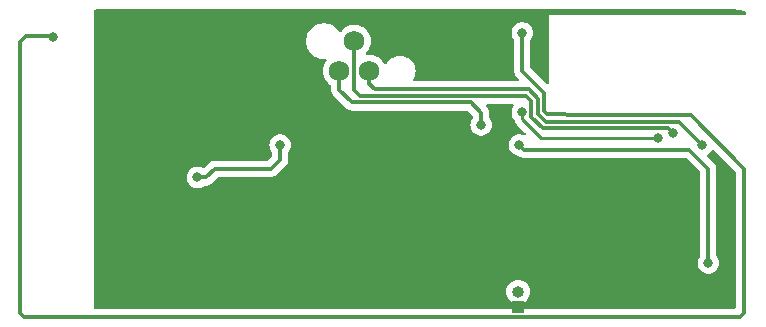
<source format=gbr>
%TF.GenerationSoftware,KiCad,Pcbnew,7.0.10*%
%TF.CreationDate,2025-01-28T16:46:30+01:00*%
%TF.ProjectId,LED_Wled,4c45445f-576c-4656-942e-6b696361645f,rev?*%
%TF.SameCoordinates,Original*%
%TF.FileFunction,Copper,L2,Bot*%
%TF.FilePolarity,Positive*%
%FSLAX46Y46*%
G04 Gerber Fmt 4.6, Leading zero omitted, Abs format (unit mm)*
G04 Created by KiCad (PCBNEW 7.0.10) date 2025-01-28 16:46:30*
%MOMM*%
%LPD*%
G01*
G04 APERTURE LIST*
%TA.AperFunction,ComponentPad*%
%ADD10C,1.750000*%
%TD*%
%TA.AperFunction,ComponentPad*%
%ADD11R,1.000000X1.000000*%
%TD*%
%TA.AperFunction,ComponentPad*%
%ADD12O,1.000000X1.000000*%
%TD*%
%TA.AperFunction,ViaPad*%
%ADD13C,0.800000*%
%TD*%
%TA.AperFunction,Conductor*%
%ADD14C,0.350000*%
%TD*%
%TA.AperFunction,Conductor*%
%ADD15C,0.250000*%
%TD*%
G04 APERTURE END LIST*
D10*
%TO.P,J1,1,Pin_1*%
%TO.N,+3V3*%
X97770000Y-51245000D03*
%TO.P,J1,2,Pin_2*%
%TO.N,TXD*%
X99040000Y-48705000D03*
%TO.P,J1,3,Pin_3*%
%TO.N,RXD*%
X100310000Y-51245000D03*
%TO.P,J1,4,Pin_4*%
%TO.N,GND*%
X101580000Y-48705000D03*
%TD*%
D11*
%TO.P,BOOT1,1,A*%
%TO.N,GND*%
X112900000Y-71200000D03*
D12*
%TO.P,BOOT1,2,B*%
%TO.N,Net-(BOOT1-B)*%
X112900000Y-69930000D03*
%TD*%
D13*
%TO.N,GND*%
X96500000Y-56250000D03*
X123500000Y-63500000D03*
X92000000Y-47000000D03*
X127500000Y-61500000D03*
X96500000Y-58750000D03*
X83000000Y-52000000D03*
X84000000Y-53000000D03*
X102750000Y-70500000D03*
X85000000Y-56000000D03*
X127500000Y-63500000D03*
X83000000Y-62000000D03*
X98600000Y-58750000D03*
X119500000Y-59500000D03*
X119500000Y-61500000D03*
X114000000Y-61500000D03*
X109750000Y-57750000D03*
X103000000Y-59500000D03*
X84000000Y-54000000D03*
X84000000Y-52000000D03*
X103500000Y-68750000D03*
X81500000Y-65500000D03*
X106250000Y-67500000D03*
X79900000Y-55100000D03*
X81500000Y-67500000D03*
X83000000Y-55000000D03*
X84000000Y-56000000D03*
X84500000Y-61250000D03*
X127500000Y-65500000D03*
X114000000Y-65500000D03*
X91500000Y-63500000D03*
X98600000Y-56300000D03*
X83000000Y-54000000D03*
X97000000Y-63500000D03*
X91500000Y-67500000D03*
X81500000Y-63500000D03*
X94725000Y-58725000D03*
X85000000Y-54000000D03*
X123500000Y-61500000D03*
X119500000Y-67500000D03*
X84000000Y-55000000D03*
X85000000Y-55000000D03*
X79900000Y-56100000D03*
X94725000Y-56275000D03*
X123500000Y-67500000D03*
X123500000Y-59500000D03*
X98000000Y-69250000D03*
X97000000Y-65500000D03*
X91500000Y-65500000D03*
X113000000Y-59500000D03*
X83000000Y-56000000D03*
X94500000Y-65500000D03*
X83000000Y-53000000D03*
X103000000Y-57000000D03*
X85000000Y-52000000D03*
X127500000Y-59500000D03*
X103750000Y-70250000D03*
X123500000Y-65500000D03*
X114000000Y-67500000D03*
X94500000Y-67500000D03*
X119500000Y-63500000D03*
X103000000Y-58250000D03*
X119500000Y-65500000D03*
X127500000Y-67500000D03*
X79900000Y-54100000D03*
X94750000Y-68750000D03*
X94500000Y-63500000D03*
X85000000Y-53000000D03*
X114000000Y-63500000D03*
X104750000Y-67750000D03*
X90000000Y-47000000D03*
X103000000Y-55750000D03*
%TO.N,+3V3*%
X109762500Y-55800000D03*
%TO.N,RXD*%
X128500000Y-57500000D03*
%TO.N,TXD*%
X126000000Y-56500000D03*
%TO.N,Net-(D1-K)*%
X92750000Y-57500000D03*
X85750000Y-60250000D03*
%TO.N,LED_OUT_HV*%
X113250000Y-48000000D03*
X73475000Y-48325000D03*
%TO.N,LED_OUT_LV*%
X113249958Y-54746943D03*
X124701260Y-56875032D03*
%TO.N,Net-(U1-IO15)*%
X129000000Y-67500000D03*
X113000000Y-57500000D03*
%TD*%
D14*
%TO.N,+3V3*%
X98825000Y-53900000D02*
X97770000Y-52845000D01*
X109762500Y-55800000D02*
X109762500Y-54762500D01*
X108900000Y-53900000D02*
X98825000Y-53900000D01*
X97770000Y-52845000D02*
X97770000Y-51245000D01*
X109762500Y-54762500D02*
X108900000Y-53900000D01*
%TO.N,RXD*%
X126550011Y-55550011D02*
X128500000Y-57500000D01*
X100310000Y-52360000D02*
X100750000Y-52800000D01*
X100750000Y-52800000D02*
X113800000Y-52800000D01*
X115241832Y-55550011D02*
X126550011Y-55550011D01*
X100310000Y-51245000D02*
X100310000Y-52360000D01*
X114574979Y-54883158D02*
X115241832Y-55550011D01*
X113800000Y-52800000D02*
X114574979Y-53574979D01*
X114574979Y-53574979D02*
X114574979Y-54883158D01*
%TO.N,TXD*%
X115014010Y-56100022D02*
X114024968Y-55110980D01*
X113572168Y-53350000D02*
X99550000Y-53350000D01*
X99550000Y-53350000D02*
X99040000Y-52840000D01*
X125600022Y-56100022D02*
X115014010Y-56100022D01*
X114024968Y-55110980D02*
X114024968Y-53802800D01*
X126000000Y-56500000D02*
X125600022Y-56100022D01*
X114024968Y-53802800D02*
X113572168Y-53350000D01*
X99040000Y-52840000D02*
X99040000Y-48705000D01*
%TO.N,Net-(D1-K)*%
X86500000Y-60250000D02*
X87250000Y-59500000D01*
X92750000Y-58750000D02*
X92750000Y-57500000D01*
X85750000Y-60250000D02*
X86500000Y-60250000D01*
X92000000Y-59500000D02*
X92750000Y-58750000D01*
X87250000Y-59500000D02*
X92000000Y-59500000D01*
%TO.N,LED_OUT_HV*%
X71075001Y-72075001D02*
X131674999Y-72075001D01*
X131674999Y-72075001D02*
X132000000Y-71750000D01*
X132000000Y-59500000D02*
X127500000Y-55000000D01*
X115124990Y-53124990D02*
X113250000Y-51250000D01*
X70750000Y-71750000D02*
X71075001Y-72075001D01*
X71250000Y-48250000D02*
X73400000Y-48250000D01*
X70750000Y-48750000D02*
X71250000Y-48250000D01*
X115344664Y-54875010D02*
X115124990Y-54655336D01*
X113250000Y-51250000D02*
X113250000Y-48000000D01*
X70750000Y-71750000D02*
X70750000Y-48750000D01*
X127500000Y-55000000D02*
X117000000Y-55000000D01*
X132000000Y-71750000D02*
X132000000Y-59500000D01*
X115124990Y-54655336D02*
X115124990Y-53124990D01*
X116875010Y-54875010D02*
X115344664Y-54875010D01*
X117000000Y-55000000D02*
X116875010Y-54875010D01*
X73400000Y-48250000D02*
X73475000Y-48325000D01*
D15*
%TO.N,LED_OUT_LV*%
X114812362Y-56875032D02*
X113249958Y-55312628D01*
X113249958Y-55312628D02*
X113249958Y-54746943D01*
X124701260Y-56875032D02*
X114812362Y-56875032D01*
D14*
%TO.N,Net-(U1-IO15)*%
X113399999Y-57899999D02*
X127399999Y-57899999D01*
X113000000Y-57500000D02*
X113399999Y-57899999D01*
X129000000Y-59500000D02*
X129000000Y-67500000D01*
X127399999Y-57899999D02*
X129000000Y-59500000D01*
%TD*%
%TA.AperFunction,Conductor*%
%TO.N,GND*%
G36*
X131267039Y-46013257D02*
G01*
X131498999Y-46029842D01*
X131516790Y-46032399D01*
X131739619Y-46080869D01*
X131756851Y-46085929D01*
X131970512Y-46165618D01*
X131986854Y-46173080D01*
X132152287Y-46263412D01*
X132202489Y-46313614D01*
X132217581Y-46382988D01*
X132192771Y-46449509D01*
X132135935Y-46492055D01*
X132091902Y-46500000D01*
X115500000Y-46500000D01*
X115500000Y-52229195D01*
X115479998Y-52297316D01*
X115426342Y-52343809D01*
X115356068Y-52353913D01*
X115291488Y-52324419D01*
X115284905Y-52318290D01*
X113970405Y-51003790D01*
X113936379Y-50941478D01*
X113933500Y-50914695D01*
X113933500Y-48646994D01*
X113953502Y-48578873D01*
X113965864Y-48562683D01*
X113989040Y-48536944D01*
X114084527Y-48371556D01*
X114143542Y-48189928D01*
X114163504Y-48000000D01*
X114143542Y-47810072D01*
X114084527Y-47628444D01*
X113989040Y-47463056D01*
X113989038Y-47463054D01*
X113989034Y-47463048D01*
X113861255Y-47321135D01*
X113706752Y-47208882D01*
X113532288Y-47131206D01*
X113345487Y-47091500D01*
X113154513Y-47091500D01*
X112967711Y-47131206D01*
X112793247Y-47208882D01*
X112638744Y-47321135D01*
X112510965Y-47463048D01*
X112510958Y-47463058D01*
X112415476Y-47628438D01*
X112415473Y-47628445D01*
X112356457Y-47810072D01*
X112336496Y-48000000D01*
X112356457Y-48189927D01*
X112377353Y-48254235D01*
X112415473Y-48371556D01*
X112415476Y-48371561D01*
X112510958Y-48536941D01*
X112510961Y-48536945D01*
X112534136Y-48562683D01*
X112564853Y-48626690D01*
X112566500Y-48646994D01*
X112566500Y-51225540D01*
X112566270Y-51233147D01*
X112562736Y-51291572D01*
X112573285Y-51349140D01*
X112574430Y-51356663D01*
X112581485Y-51414769D01*
X112581488Y-51414778D01*
X112584833Y-51423600D01*
X112590954Y-51445554D01*
X112592655Y-51454836D01*
X112592656Y-51454839D01*
X112616675Y-51508206D01*
X112619588Y-51515238D01*
X112640345Y-51569970D01*
X112640346Y-51569973D01*
X112645704Y-51577735D01*
X112656907Y-51597599D01*
X112660774Y-51606193D01*
X112660777Y-51606197D01*
X112696871Y-51652268D01*
X112701382Y-51658398D01*
X112734635Y-51706573D01*
X112778465Y-51745403D01*
X112783989Y-51750604D01*
X112934790Y-51901405D01*
X112968816Y-51963717D01*
X112963751Y-52034532D01*
X112921204Y-52091368D01*
X112854684Y-52116179D01*
X112845695Y-52116500D01*
X104129431Y-52116500D01*
X104061310Y-52096498D01*
X104014817Y-52042842D01*
X104004713Y-51972568D01*
X104026217Y-51918231D01*
X104035265Y-51905307D01*
X104040568Y-51897734D01*
X104136739Y-51691496D01*
X104195635Y-51471692D01*
X104215468Y-51245000D01*
X104195635Y-51018308D01*
X104136739Y-50798504D01*
X104040568Y-50592266D01*
X104040566Y-50592263D01*
X104040566Y-50592262D01*
X103910051Y-50405865D01*
X103910042Y-50405855D01*
X103749144Y-50244957D01*
X103749134Y-50244948D01*
X103562737Y-50114433D01*
X103562738Y-50114433D01*
X103356498Y-50018262D01*
X103356493Y-50018260D01*
X103136695Y-49959365D01*
X103085719Y-49954905D01*
X102966784Y-49944500D01*
X102853216Y-49944500D01*
X102745092Y-49953959D01*
X102683304Y-49959365D01*
X102463506Y-50018260D01*
X102463501Y-50018262D01*
X102257262Y-50114433D01*
X102070865Y-50244948D01*
X102070855Y-50244957D01*
X101909957Y-50405855D01*
X101909948Y-50405865D01*
X101779433Y-50592262D01*
X101779432Y-50592263D01*
X101770889Y-50610585D01*
X101723970Y-50663870D01*
X101655693Y-50683329D01*
X101587733Y-50662786D01*
X101541669Y-50608762D01*
X101541308Y-50607947D01*
X101530926Y-50584279D01*
X101530925Y-50584278D01*
X101530922Y-50584270D01*
X101405518Y-50392324D01*
X101250231Y-50223637D01*
X101069296Y-50082810D01*
X101069295Y-50082809D01*
X100950021Y-50018262D01*
X100867650Y-49973685D01*
X100867648Y-49973684D01*
X100867647Y-49973683D01*
X100650797Y-49899239D01*
X100650788Y-49899237D01*
X100605821Y-49891733D01*
X100424640Y-49861500D01*
X100195360Y-49861500D01*
X100156222Y-49868030D01*
X100085740Y-49859513D01*
X100031050Y-49814241D01*
X100009518Y-49746589D01*
X100027980Y-49678034D01*
X100042785Y-49658412D01*
X100135518Y-49557676D01*
X100154570Y-49528514D01*
X100260922Y-49365730D01*
X100353023Y-49155761D01*
X100409308Y-48933497D01*
X100428242Y-48705000D01*
X100409308Y-48476503D01*
X100353023Y-48254239D01*
X100260922Y-48044270D01*
X100135518Y-47852324D01*
X100007033Y-47712751D01*
X99980233Y-47683639D01*
X99980232Y-47683638D01*
X99980231Y-47683637D01*
X99799296Y-47542810D01*
X99799295Y-47542809D01*
X99689161Y-47483208D01*
X99597650Y-47433685D01*
X99597648Y-47433684D01*
X99597647Y-47433683D01*
X99380797Y-47359239D01*
X99380788Y-47359237D01*
X99335821Y-47351733D01*
X99154640Y-47321500D01*
X98925360Y-47321500D01*
X98774412Y-47346688D01*
X98699211Y-47359237D01*
X98699202Y-47359239D01*
X98482352Y-47433683D01*
X98482350Y-47433685D01*
X98280704Y-47542809D01*
X98280703Y-47542810D01*
X98099766Y-47683639D01*
X97944481Y-47852325D01*
X97918044Y-47892790D01*
X97864040Y-47938878D01*
X97793692Y-47948453D01*
X97729335Y-47918475D01*
X97703337Y-47885841D01*
X97703322Y-47885851D01*
X97703217Y-47885691D01*
X97701750Y-47883849D01*
X97700474Y-47881491D01*
X97547738Y-47685256D01*
X97547736Y-47685254D01*
X97547732Y-47685249D01*
X97364785Y-47516835D01*
X97156606Y-47380826D01*
X97156607Y-47380826D01*
X96928884Y-47280938D01*
X96928877Y-47280935D01*
X96687828Y-47219893D01*
X96687823Y-47219892D01*
X96687821Y-47219892D01*
X96571140Y-47210223D01*
X96502070Y-47204500D01*
X96502067Y-47204500D01*
X96377933Y-47204500D01*
X96377929Y-47204500D01*
X96285835Y-47212131D01*
X96192179Y-47219892D01*
X96192177Y-47219892D01*
X96192171Y-47219893D01*
X95951122Y-47280935D01*
X95951115Y-47280938D01*
X95723393Y-47380826D01*
X95515214Y-47516835D01*
X95332267Y-47685249D01*
X95179526Y-47881490D01*
X95179525Y-47881491D01*
X95061171Y-48100190D01*
X95061170Y-48100192D01*
X94980430Y-48335381D01*
X94980428Y-48335390D01*
X94966818Y-48416953D01*
X94939500Y-48580665D01*
X94939500Y-48829335D01*
X94973647Y-49033975D01*
X94980428Y-49074609D01*
X94980430Y-49074618D01*
X95061170Y-49309807D01*
X95061171Y-49309809D01*
X95179525Y-49528508D01*
X95179526Y-49528509D01*
X95332267Y-49724750D01*
X95515214Y-49893164D01*
X95723393Y-50029173D01*
X95723392Y-50029173D01*
X95845673Y-50082810D01*
X95951119Y-50129063D01*
X95951120Y-50129063D01*
X95951122Y-50129064D01*
X96192171Y-50190106D01*
X96192179Y-50190108D01*
X96377933Y-50205500D01*
X96377939Y-50205500D01*
X96502061Y-50205500D01*
X96502067Y-50205500D01*
X96556537Y-50200986D01*
X96626076Y-50215294D01*
X96676841Y-50264927D01*
X96692714Y-50334127D01*
X96672425Y-50395471D01*
X96549080Y-50584267D01*
X96549073Y-50584279D01*
X96456978Y-50794235D01*
X96456975Y-50794242D01*
X96400693Y-51016495D01*
X96400692Y-51016501D01*
X96400692Y-51016503D01*
X96381758Y-51245000D01*
X96400542Y-51471692D01*
X96400693Y-51473504D01*
X96456975Y-51695757D01*
X96456978Y-51695764D01*
X96549073Y-51905720D01*
X96549075Y-51905724D01*
X96549078Y-51905730D01*
X96629582Y-52028951D01*
X96670360Y-52091368D01*
X96674482Y-52097676D01*
X96691811Y-52116500D01*
X96795553Y-52229195D01*
X96829769Y-52266363D01*
X97010704Y-52407190D01*
X97020465Y-52412472D01*
X97070857Y-52462483D01*
X97086500Y-52523288D01*
X97086500Y-52820540D01*
X97086270Y-52828147D01*
X97082736Y-52886572D01*
X97093285Y-52944140D01*
X97094430Y-52951663D01*
X97101485Y-53009769D01*
X97101488Y-53009778D01*
X97104833Y-53018600D01*
X97110954Y-53040554D01*
X97112655Y-53049836D01*
X97112656Y-53049839D01*
X97136675Y-53103206D01*
X97139588Y-53110238D01*
X97160345Y-53164970D01*
X97160346Y-53164973D01*
X97165704Y-53172735D01*
X97176907Y-53192599D01*
X97180774Y-53201193D01*
X97180777Y-53201197D01*
X97216871Y-53247268D01*
X97221382Y-53253398D01*
X97254635Y-53301573D01*
X97298465Y-53340403D01*
X97303989Y-53345604D01*
X98324387Y-54366002D01*
X98329604Y-54371543D01*
X98368427Y-54415365D01*
X98368428Y-54415366D01*
X98416592Y-54448611D01*
X98422722Y-54453122D01*
X98468800Y-54489222D01*
X98468802Y-54489223D01*
X98477403Y-54493094D01*
X98497268Y-54504297D01*
X98505030Y-54509655D01*
X98559761Y-54530411D01*
X98566784Y-54533319D01*
X98620163Y-54557344D01*
X98629435Y-54559043D01*
X98651402Y-54565166D01*
X98660226Y-54568513D01*
X98718353Y-54575570D01*
X98725838Y-54576710D01*
X98783428Y-54587264D01*
X98837679Y-54583982D01*
X98841852Y-54583730D01*
X98849459Y-54583500D01*
X108564695Y-54583500D01*
X108632816Y-54603502D01*
X108653790Y-54620405D01*
X109042095Y-55008710D01*
X109076121Y-55071022D01*
X109079000Y-55097805D01*
X109079000Y-55153005D01*
X109058998Y-55221126D01*
X109046637Y-55237314D01*
X109023459Y-55263055D01*
X109023458Y-55263057D01*
X108937168Y-55412517D01*
X108927973Y-55428444D01*
X108914009Y-55471421D01*
X108868957Y-55610072D01*
X108848996Y-55800000D01*
X108868957Y-55989927D01*
X108899026Y-56082470D01*
X108927973Y-56171556D01*
X108927976Y-56171561D01*
X109023458Y-56336941D01*
X109023465Y-56336951D01*
X109151244Y-56478864D01*
X109151247Y-56478866D01*
X109305748Y-56591118D01*
X109480212Y-56668794D01*
X109667013Y-56708500D01*
X109857987Y-56708500D01*
X110044788Y-56668794D01*
X110219252Y-56591118D01*
X110373753Y-56478866D01*
X110501540Y-56336944D01*
X110597027Y-56171556D01*
X110656042Y-55989928D01*
X110676004Y-55800000D01*
X110656042Y-55610072D01*
X110597027Y-55428444D01*
X110543641Y-55335978D01*
X110501541Y-55263057D01*
X110501540Y-55263055D01*
X110478363Y-55237314D01*
X110447646Y-55173307D01*
X110446000Y-55153005D01*
X110446000Y-54786958D01*
X110446230Y-54779350D01*
X110448190Y-54746943D01*
X110449764Y-54720928D01*
X110439210Y-54663338D01*
X110438070Y-54655853D01*
X110431013Y-54597726D01*
X110427666Y-54588902D01*
X110421543Y-54566935D01*
X110419844Y-54557663D01*
X110395819Y-54504284D01*
X110392911Y-54497261D01*
X110372155Y-54442530D01*
X110366797Y-54434768D01*
X110355594Y-54414903D01*
X110351723Y-54406302D01*
X110351722Y-54406300D01*
X110315622Y-54360222D01*
X110311111Y-54354092D01*
X110277866Y-54305929D01*
X110277865Y-54305927D01*
X110234043Y-54267104D01*
X110228502Y-54261887D01*
X110215210Y-54248595D01*
X110181184Y-54186283D01*
X110186249Y-54115468D01*
X110228796Y-54058632D01*
X110295316Y-54033821D01*
X110304305Y-54033500D01*
X112394582Y-54033500D01*
X112462703Y-54053502D01*
X112509196Y-54107158D01*
X112519300Y-54177432D01*
X112503701Y-54222497D01*
X112459272Y-54299451D01*
X112415434Y-54375381D01*
X112415431Y-54375388D01*
X112356415Y-54557015D01*
X112336454Y-54746943D01*
X112356415Y-54936870D01*
X112379758Y-55008710D01*
X112415431Y-55118499D01*
X112415434Y-55118504D01*
X112498890Y-55263055D01*
X112510918Y-55283887D01*
X112596426Y-55378854D01*
X112623790Y-55428024D01*
X112624362Y-55429994D01*
X112624940Y-55431983D01*
X112628944Y-55451325D01*
X112631483Y-55471421D01*
X112631484Y-55471428D01*
X112647758Y-55512531D01*
X112651602Y-55523757D01*
X112663940Y-55566221D01*
X112674252Y-55583659D01*
X112682946Y-55601407D01*
X112690402Y-55620237D01*
X112690408Y-55620248D01*
X112716390Y-55656009D01*
X112722907Y-55665929D01*
X112745416Y-55703990D01*
X112745417Y-55703991D01*
X112745419Y-55703994D01*
X112759737Y-55718312D01*
X112772575Y-55733342D01*
X112784484Y-55749732D01*
X112784488Y-55749737D01*
X112818556Y-55777920D01*
X112827336Y-55785910D01*
X113505184Y-56463758D01*
X113539210Y-56526070D01*
X113534145Y-56596885D01*
X113491598Y-56653721D01*
X113425078Y-56678532D01*
X113364841Y-56667960D01*
X113282290Y-56631206D01*
X113095487Y-56591500D01*
X112904513Y-56591500D01*
X112717711Y-56631206D01*
X112543247Y-56708882D01*
X112388744Y-56821135D01*
X112260965Y-56963048D01*
X112260958Y-56963058D01*
X112165476Y-57128438D01*
X112165473Y-57128445D01*
X112106457Y-57310072D01*
X112086496Y-57500000D01*
X112106457Y-57689927D01*
X112136526Y-57782470D01*
X112165473Y-57871556D01*
X112165476Y-57871561D01*
X112260958Y-58036941D01*
X112260965Y-58036951D01*
X112388744Y-58178864D01*
X112388747Y-58178866D01*
X112543248Y-58291118D01*
X112717712Y-58368794D01*
X112904513Y-58408500D01*
X112904520Y-58408500D01*
X112906714Y-58408731D01*
X112908218Y-58409287D01*
X112910972Y-58409873D01*
X112910886Y-58410274D01*
X112965131Y-58430346D01*
X112991591Y-58448610D01*
X112997721Y-58453121D01*
X113043799Y-58489221D01*
X113043801Y-58489222D01*
X113052402Y-58493093D01*
X113072267Y-58504296D01*
X113080029Y-58509654D01*
X113134760Y-58530410D01*
X113141783Y-58533318D01*
X113195162Y-58557343D01*
X113204434Y-58559042D01*
X113226401Y-58565165D01*
X113235225Y-58568512D01*
X113293352Y-58575569D01*
X113300837Y-58576709D01*
X113358427Y-58587263D01*
X113412678Y-58583981D01*
X113416851Y-58583729D01*
X113424458Y-58583499D01*
X127064694Y-58583499D01*
X127132815Y-58603501D01*
X127153789Y-58620404D01*
X128279595Y-59746210D01*
X128313621Y-59808522D01*
X128316500Y-59835305D01*
X128316500Y-66853005D01*
X128296498Y-66921126D01*
X128284137Y-66937314D01*
X128260959Y-66963055D01*
X128260958Y-66963057D01*
X128165476Y-67128438D01*
X128165473Y-67128445D01*
X128106457Y-67310072D01*
X128086496Y-67500000D01*
X128106457Y-67689927D01*
X128136526Y-67782470D01*
X128165473Y-67871556D01*
X128165476Y-67871561D01*
X128260958Y-68036941D01*
X128260965Y-68036951D01*
X128388744Y-68178864D01*
X128388747Y-68178866D01*
X128543248Y-68291118D01*
X128717712Y-68368794D01*
X128904513Y-68408500D01*
X129095487Y-68408500D01*
X129282288Y-68368794D01*
X129456752Y-68291118D01*
X129611253Y-68178866D01*
X129739040Y-68036944D01*
X129834527Y-67871556D01*
X129893542Y-67689928D01*
X129913504Y-67500000D01*
X129893542Y-67310072D01*
X129834527Y-67128444D01*
X129739041Y-66963057D01*
X129739040Y-66963055D01*
X129715863Y-66937314D01*
X129685146Y-66873307D01*
X129683500Y-66853005D01*
X129683500Y-59524458D01*
X129683730Y-59516850D01*
X129684239Y-59508432D01*
X129687264Y-59458428D01*
X129676710Y-59400838D01*
X129675570Y-59393353D01*
X129668513Y-59335226D01*
X129665166Y-59326402D01*
X129659043Y-59304435D01*
X129657344Y-59295163D01*
X129633319Y-59241784D01*
X129630411Y-59234761D01*
X129609655Y-59180030D01*
X129604297Y-59172268D01*
X129593094Y-59152403D01*
X129589223Y-59143802D01*
X129589222Y-59143800D01*
X129553122Y-59097722D01*
X129548611Y-59091592D01*
X129515366Y-59043429D01*
X129515365Y-59043427D01*
X129471543Y-59004604D01*
X129466002Y-58999387D01*
X128945798Y-58479183D01*
X128911772Y-58416871D01*
X128916837Y-58346056D01*
X128959384Y-58289220D01*
X128960657Y-58288280D01*
X129111253Y-58178866D01*
X129139951Y-58146994D01*
X129239034Y-58036951D01*
X129239035Y-58036949D01*
X129239040Y-58036944D01*
X129278198Y-57969119D01*
X129329579Y-57920128D01*
X129399292Y-57906691D01*
X129465204Y-57933078D01*
X129476411Y-57943026D01*
X131279595Y-59746210D01*
X131313621Y-59808522D01*
X131316500Y-59835305D01*
X131316500Y-71265501D01*
X131296498Y-71333622D01*
X131242842Y-71380115D01*
X131190500Y-71391501D01*
X77126000Y-71391501D01*
X77057879Y-71371499D01*
X77011386Y-71317843D01*
X77000000Y-71265501D01*
X77000000Y-69930003D01*
X111886620Y-69930003D01*
X111906090Y-70127694D01*
X111906091Y-70127700D01*
X111906092Y-70127701D01*
X111963759Y-70317804D01*
X112057405Y-70493004D01*
X112183432Y-70646568D01*
X112336996Y-70772595D01*
X112512196Y-70866241D01*
X112702299Y-70923908D01*
X112702303Y-70923908D01*
X112702305Y-70923909D01*
X112899997Y-70943380D01*
X112900000Y-70943380D01*
X112900003Y-70943380D01*
X113097694Y-70923909D01*
X113097695Y-70923908D01*
X113097701Y-70923908D01*
X113287804Y-70866241D01*
X113463004Y-70772595D01*
X113616568Y-70646568D01*
X113742595Y-70493004D01*
X113836241Y-70317804D01*
X113893908Y-70127701D01*
X113913380Y-69930000D01*
X113893908Y-69732299D01*
X113836241Y-69542196D01*
X113742595Y-69366996D01*
X113616568Y-69213432D01*
X113463004Y-69087405D01*
X113287804Y-68993759D01*
X113097701Y-68936092D01*
X113097700Y-68936091D01*
X113097694Y-68936090D01*
X112900003Y-68916620D01*
X112899997Y-68916620D01*
X112702305Y-68936090D01*
X112512195Y-68993759D01*
X112336995Y-69087405D01*
X112183432Y-69213432D01*
X112057405Y-69366995D01*
X111963759Y-69542195D01*
X111906090Y-69732305D01*
X111886620Y-69929996D01*
X111886620Y-69930003D01*
X77000000Y-69930003D01*
X77000000Y-60250000D01*
X84836496Y-60250000D01*
X84856457Y-60439927D01*
X84886526Y-60532470D01*
X84915473Y-60621556D01*
X84915476Y-60621561D01*
X85010958Y-60786941D01*
X85010965Y-60786951D01*
X85138744Y-60928864D01*
X85150304Y-60937263D01*
X85293248Y-61041118D01*
X85467712Y-61118794D01*
X85654513Y-61158500D01*
X85845487Y-61158500D01*
X86032288Y-61118794D01*
X86206752Y-61041118D01*
X86321754Y-60957564D01*
X86388622Y-60933705D01*
X86395815Y-60933500D01*
X86475541Y-60933500D01*
X86483148Y-60933730D01*
X86487568Y-60933997D01*
X86541572Y-60937264D01*
X86599165Y-60926709D01*
X86606639Y-60925571D01*
X86664774Y-60918513D01*
X86673590Y-60915169D01*
X86695570Y-60909042D01*
X86695634Y-60909030D01*
X86704837Y-60907344D01*
X86758222Y-60883316D01*
X86765240Y-60880409D01*
X86819971Y-60859654D01*
X86827729Y-60854298D01*
X86847592Y-60843095D01*
X86856197Y-60839223D01*
X86902288Y-60803112D01*
X86908402Y-60798614D01*
X86925310Y-60786944D01*
X86956573Y-60765365D01*
X86995396Y-60721541D01*
X87000581Y-60716032D01*
X87496211Y-60220404D01*
X87558523Y-60186379D01*
X87585306Y-60183500D01*
X91975541Y-60183500D01*
X91983148Y-60183730D01*
X91987568Y-60183997D01*
X92041572Y-60187264D01*
X92099165Y-60176709D01*
X92106639Y-60175571D01*
X92164774Y-60168513D01*
X92173590Y-60165169D01*
X92195570Y-60159042D01*
X92195634Y-60159030D01*
X92204837Y-60157344D01*
X92258222Y-60133316D01*
X92265240Y-60130409D01*
X92319971Y-60109654D01*
X92327729Y-60104298D01*
X92347592Y-60093095D01*
X92356197Y-60089223D01*
X92402288Y-60053112D01*
X92408402Y-60048614D01*
X92456573Y-60015365D01*
X92495404Y-59971532D01*
X92500589Y-59966024D01*
X93216024Y-59250589D01*
X93221532Y-59245404D01*
X93265365Y-59206573D01*
X93298617Y-59158397D01*
X93303112Y-59152288D01*
X93339223Y-59106197D01*
X93343095Y-59097592D01*
X93354298Y-59077729D01*
X93359654Y-59069971D01*
X93380409Y-59015240D01*
X93383320Y-59008213D01*
X93407344Y-58954837D01*
X93409042Y-58945570D01*
X93415170Y-58923587D01*
X93418513Y-58914774D01*
X93425571Y-58856639D01*
X93426709Y-58849165D01*
X93437264Y-58791572D01*
X93433730Y-58733147D01*
X93433500Y-58725540D01*
X93433500Y-58146994D01*
X93453502Y-58078873D01*
X93465864Y-58062683D01*
X93489040Y-58036944D01*
X93584527Y-57871556D01*
X93643542Y-57689928D01*
X93663504Y-57500000D01*
X93643542Y-57310072D01*
X93584527Y-57128444D01*
X93489040Y-56963056D01*
X93489038Y-56963054D01*
X93489034Y-56963048D01*
X93361255Y-56821135D01*
X93206752Y-56708882D01*
X93032288Y-56631206D01*
X92845487Y-56591500D01*
X92654513Y-56591500D01*
X92467711Y-56631206D01*
X92293247Y-56708882D01*
X92138744Y-56821135D01*
X92010965Y-56963048D01*
X92010958Y-56963058D01*
X91915476Y-57128438D01*
X91915473Y-57128445D01*
X91856457Y-57310072D01*
X91836496Y-57500000D01*
X91856457Y-57689927D01*
X91886526Y-57782470D01*
X91915473Y-57871556D01*
X91915476Y-57871561D01*
X92010958Y-58036941D01*
X92010961Y-58036945D01*
X92034136Y-58062683D01*
X92064853Y-58126690D01*
X92066500Y-58146994D01*
X92066500Y-58414695D01*
X92046498Y-58482816D01*
X92029595Y-58503790D01*
X91753790Y-58779595D01*
X91691478Y-58813621D01*
X91664695Y-58816500D01*
X87274459Y-58816500D01*
X87266852Y-58816270D01*
X87249459Y-58815218D01*
X87208428Y-58812736D01*
X87208427Y-58812736D01*
X87208425Y-58812736D01*
X87150857Y-58823285D01*
X87143336Y-58824430D01*
X87085230Y-58831485D01*
X87080381Y-58833324D01*
X87076397Y-58834835D01*
X87054440Y-58840955D01*
X87049862Y-58841794D01*
X87045162Y-58842656D01*
X86991788Y-58866677D01*
X86984760Y-58869588D01*
X86930030Y-58890345D01*
X86930025Y-58890347D01*
X86922255Y-58895710D01*
X86902408Y-58906903D01*
X86893807Y-58910774D01*
X86893803Y-58910776D01*
X86893803Y-58910777D01*
X86863778Y-58934300D01*
X86847724Y-58946877D01*
X86841597Y-58951385D01*
X86793425Y-58984636D01*
X86754604Y-59028455D01*
X86749388Y-59033995D01*
X86349460Y-59433923D01*
X86287148Y-59467949D01*
X86216333Y-59462884D01*
X86209116Y-59459935D01*
X86206753Y-59458883D01*
X86206752Y-59458882D01*
X86032288Y-59381206D01*
X85845487Y-59341500D01*
X85654513Y-59341500D01*
X85467711Y-59381206D01*
X85293247Y-59458882D01*
X85138744Y-59571135D01*
X85010965Y-59713048D01*
X85010958Y-59713058D01*
X84915476Y-59878438D01*
X84915473Y-59878445D01*
X84856457Y-60060072D01*
X84836496Y-60250000D01*
X77000000Y-60250000D01*
X77000000Y-46150364D01*
X77020002Y-46082243D01*
X77073658Y-46035750D01*
X77125968Y-46024365D01*
X131258079Y-46012937D01*
X131267039Y-46013257D01*
G37*
%TD.AperFunction*%
%TD*%
M02*

</source>
